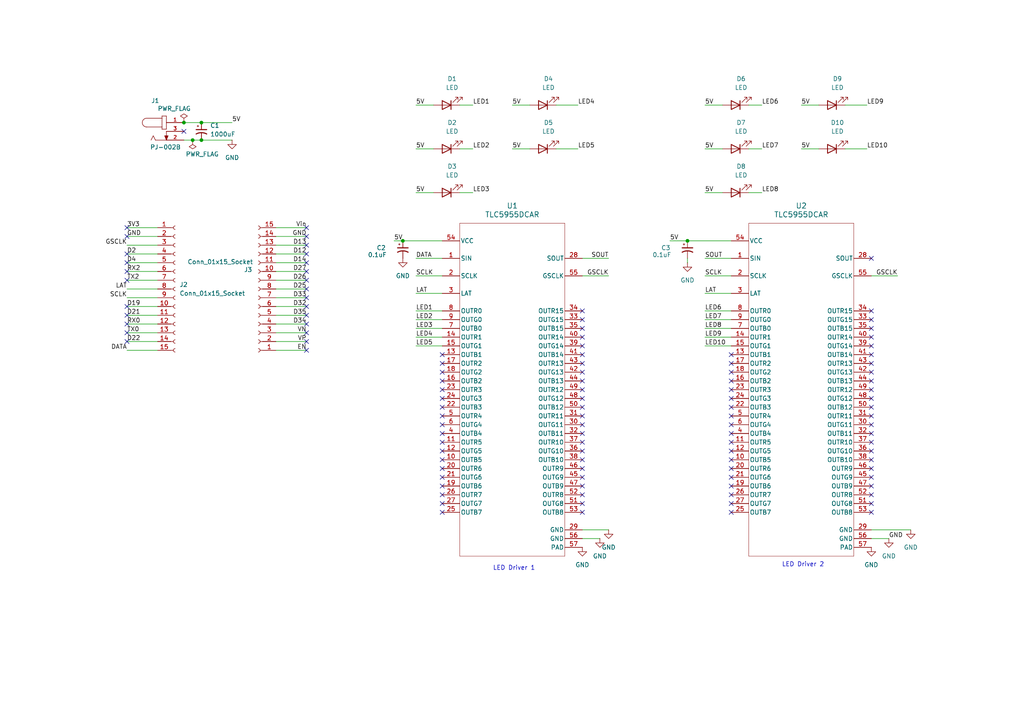
<source format=kicad_sch>
(kicad_sch (version 20231120) (generator "eeschema") (generator_version "8.0")
  (paper "A4")
  (lib_symbols
    (symbol "Barrel_Connector_New2:PJ-002B" (pin_names (offset 1.016))
      (property "Reference" "J" (at -7.6337 5.0892 0))
      (property "Value" "PJ-002B" (at -7.6269 -5.0846 0))
      (symbol "PJ-002B_0_0"
        (arc (start -5.715 3.81) (mid -6.9794 2.54) (end -5.715 1.27) (stroke (width 0.1524)))
        (polyline (pts (xy -5.715 3.81) (xy -1.27 3.81)) (stroke (width 0.1524)))
        (polyline (pts (xy -3.81 -1.27) (xy -4.445 -2.54)) (stroke (width 0.1524)))
        (polyline (pts (xy -3.175 -2.54) (xy -3.81 -1.27)) (stroke (width 0.1524)))
        (polyline (pts (xy -1.27 0.635) (xy 0 0.635)) (stroke (width 0.1524)))
        (polyline (pts (xy -1.27 1.27) (xy -5.715 1.27)) (stroke (width 0.1524)))
        (polyline (pts (xy -1.27 1.27) (xy -1.27 0.635)) (stroke (width 0.1524)))
        (polyline (pts (xy -1.27 3.81) (xy -1.27 1.27)) (stroke (width 0.1524)))
        (polyline (pts (xy -1.27 4.445) (xy -1.27 3.81)) (stroke (width 0.1524)))
        (polyline (pts (xy 0 -2.54) (xy -3.175 -2.54)) (stroke (width 0.1524)))
        (polyline (pts (xy 0 0) (xy 0 -2.54)) (stroke (width 0.1524)))
        (polyline (pts (xy 0 0.635) (xy 0 4.445)) (stroke (width 0.1524)))
        (polyline (pts (xy 0 4.445) (xy -1.27 4.445)) (stroke (width 0.1524)))
        (polyline (pts (xy 0 -2.54) (xy -0.508 -1.27) (xy 0.508 -1.27) (xy 0 -2.54)) (stroke (width 0.1524)) (fill (type outline)))
        (pin passive line (at 5.08 2.54 180) (length 5.08) (name "~") (number "1"))
        (pin passive line (at 5.08 -2.54 180) (length 5.08) (name "~") (number "2"))
        (pin passive line (at 5.08 0 180) (length 5.08) (name "~") (number "3"))
      )
    )
    (symbol "Connector:Conn_01x15_Socket" (pin_names (offset 1.016) hide)
      (property "Reference" "J" (at 0 20.32 0))
      (property "Value" "Conn_01x15_Socket" (at 0 -20.32 0))
      (symbol "Conn_01x15_Socket_1_1"
        (arc (start 0 -17.272) (mid -0.5058 -17.78) (end 0 -18.288) (stroke (width 0.1524)))
        (arc (start 0 -14.732) (mid -0.5058 -15.24) (end 0 -15.748) (stroke (width 0.1524)))
        (arc (start 0 -12.192) (mid -0.5058 -12.7) (end 0 -13.208) (stroke (width 0.1524)))
        (arc (start 0 -9.652) (mid -0.5058 -10.16) (end 0 -10.668) (stroke (width 0.1524)))
        (arc (start 0 -7.112) (mid -0.5058 -7.62) (end 0 -8.128) (stroke (width 0.1524)))
        (arc (start 0 -4.572) (mid -0.5058 -5.08) (end 0 -5.588) (stroke (width 0.1524)))
        (arc (start 0 -2.032) (mid -0.5058 -2.54) (end 0 -3.048) (stroke (width 0.1524)))
        (polyline (pts (xy -1.27 -17.78) (xy -0.508 -17.78)) (stroke (width 0.1524)))
        (polyline (pts (xy -1.27 -15.24) (xy -0.508 -15.24)) (stroke (width 0.1524)))
        (polyline (pts (xy -1.27 -12.7) (xy -0.508 -12.7)) (stroke (width 0.1524)))
        (polyline (pts (xy -1.27 -10.16) (xy -0.508 -10.16)) (stroke (width 0.1524)))
        (polyline (pts (xy -1.27 -7.62) (xy -0.508 -7.62)) (stroke (width 0.1524)))
        (polyline (pts (xy -1.27 -5.08) (xy -0.508 -5.08)) (stroke (width 0.1524)))
        (polyline (pts (xy -1.27 -2.54) (xy -0.508 -2.54)) (stroke (width 0.1524)))
        (polyline (pts (xy -1.27 0) (xy -0.508 0)) (stroke (width 0.1524)))
        (polyline (pts (xy -1.27 2.54) (xy -0.508 2.54)) (stroke (width 0.1524)))
        (polyline (pts (xy -1.27 5.08) (xy -0.508 5.08)) (stroke (width 0.1524)))
        (polyline (pts (xy -1.27 7.62) (xy -0.508 7.62)) (stroke (width 0.1524)))
        (polyline (pts (xy -1.27 10.16) (xy -0.508 10.16)) (stroke (width 0.1524)))
        (polyline (pts (xy -1.27 12.7) (xy -0.508 12.7)) (stroke (width 0.1524)))
        (polyline (pts (xy -1.27 15.24) (xy -0.508 15.24)) (stroke (width 0.1524)))
        (polyline (pts (xy -1.27 17.78) (xy -0.508 17.78)) (stroke (width 0.1524)))
        (arc (start 0 0.508) (mid -0.5058 0) (end 0 -0.508) (stroke (width 0.1524)))
        (arc (start 0 3.048) (mid -0.5058 2.54) (end 0 2.032) (stroke (width 0.1524)))
        (arc (start 0 5.588) (mid -0.5058 5.08) (end 0 4.572) (stroke (width 0.1524)))
        (arc (start 0 8.128) (mid -0.5058 7.62) (end 0 7.112) (stroke (width 0.1524)))
        (arc (start 0 10.668) (mid -0.5058 10.16) (end 0 9.652) (stroke (width 0.1524)))
        (arc (start 0 13.208) (mid -0.5058 12.7) (end 0 12.192) (stroke (width 0.1524)))
        (arc (start 0 15.748) (mid -0.5058 15.24) (end 0 14.732) (stroke (width 0.1524)))
        (arc (start 0 18.288) (mid -0.5058 17.78) (end 0 17.272) (stroke (width 0.1524)))
        (pin passive line (at -5.08 17.78 0) (length 3.81) (name "Pin_1") (number "1"))
        (pin passive line (at -5.08 -5.08 0) (length 3.81) (name "Pin_10") (number "10"))
        (pin passive line (at -5.08 -7.62 0) (length 3.81) (name "Pin_11") (number "11"))
        (pin passive line (at -5.08 -10.16 0) (length 3.81) (name "Pin_12") (number "12"))
        (pin passive line (at -5.08 -12.7 0) (length 3.81) (name "Pin_13") (number "13"))
        (pin passive line (at -5.08 -15.24 0) (length 3.81) (name "Pin_14") (number "14"))
        (pin passive line (at -5.08 -17.78 0) (length 3.81) (name "Pin_15") (number "15"))
        (pin passive line (at -5.08 15.24 0) (length 3.81) (name "Pin_2") (number "2"))
        (pin passive line (at -5.08 12.7 0) (length 3.81) (name "Pin_3") (number "3"))
        (pin passive line (at -5.08 10.16 0) (length 3.81) (name "Pin_4") (number "4"))
        (pin passive line (at -5.08 7.62 0) (length 3.81) (name "Pin_5") (number "5"))
        (pin passive line (at -5.08 5.08 0) (length 3.81) (name "Pin_6") (number "6"))
        (pin passive line (at -5.08 2.54 0) (length 3.81) (name "Pin_7") (number "7"))
        (pin passive line (at -5.08 0 0) (length 3.81) (name "Pin_8") (number "8"))
        (pin passive line (at -5.08 -2.54 0) (length 3.81) (name "Pin_9") (number "9"))
      )
    )
    (symbol "Device:C_Polarized_Small_US" (pin_numbers hide) (pin_names (offset 0.254) hide)
      (property "Reference" "C" (at 0.254 1.778 0))
      (property "Value" "C_Polarized_Small_US" (at 0.254 -2.032 0))
      (symbol "C_Polarized_Small_US_0_1"
        (polyline (pts (xy -1.524 0.508) (xy 1.524 0.508)) (stroke (width 0.3048)))
        (polyline (pts (xy -1.27 1.524) (xy -0.762 1.524)))
        (polyline (pts (xy -1.016 1.27) (xy -1.016 1.778)))
        (arc (start 1.524 -0.762) (mid 0 -0.3734) (end -1.524 -0.762) (stroke (width 0.3048)))
      )
      (symbol "C_Polarized_Small_US_1_1"
        (pin passive line (at 0 2.54 270) (length 2.032) (name "~") (number "1"))
        (pin passive line (at 0 -2.54 90) (length 2.032) (name "~") (number "2"))
      )
    )
    (symbol "Device:LED" (pin_numbers hide) (pin_names (offset 1.016) hide)
      (property "Reference" "D" (at 0 2.54 0))
      (property "Value" "LED" (at 0 -2.54 0))
      (symbol "LED_0_1"
        (polyline (pts (xy -1.27 -1.27) (xy -1.27 1.27)) (stroke (width 0.254)))
        (polyline (pts (xy -1.27 0) (xy 1.27 0)))
        (polyline (pts (xy 1.27 -1.27) (xy 1.27 1.27) (xy -1.27 0) (xy 1.27 -1.27)) (stroke (width 0.254)))
        (polyline (pts (xy -3.048 -0.762) (xy -4.572 -2.286) (xy -3.81 -2.286) (xy -4.572 -2.286) (xy -4.572 -1.524)))
        (polyline (pts (xy -1.778 -0.762) (xy -3.302 -2.286) (xy -2.54 -2.286) (xy -3.302 -2.286) (xy -3.302 -1.524)))
      )
      (symbol "LED_1_1"
        (pin passive line (at -3.81 0 0) (length 2.54) (name "K") (number "1"))
        (pin passive line (at 3.81 0 180) (length 2.54) (name "A") (number "2"))
      )
    )
    (symbol "LED_Driver:TLC5955DCAR" (pin_names (offset 0.254))
      (property "Reference" "U" (at 0 2.54 0))
      (property "Value" "TLC5955DCAR" (at 0 0 0))
      (symbol "TLC5955DCAR_0_1"
        (polyline (pts (xy -15.24 -48.26) (xy 15.24 -48.26)) (stroke (width 0.1016)))
        (polyline (pts (xy -15.24 48.26) (xy -15.24 -48.26)) (stroke (width 0.1016)))
        (polyline (pts (xy 15.24 -48.26) (xy 15.24 48.26)) (stroke (width 0.1016)))
        (polyline (pts (xy 15.24 48.26) (xy -15.24 48.26)) (stroke (width 0.1016)))
        (pin input line (at -20.32 38.1 0) (length 5.08) (name "SIN") (number "1"))
        (pin output line (at -20.32 -20.32 0) (length 5.08) (name "OUTB5") (number "10"))
        (pin output line (at -20.32 -15.24 0) (length 5.08) (name "OUTR5") (number "11"))
        (pin output line (at -20.32 -17.78 0) (length 5.08) (name "OUTG5") (number "12"))
        (pin output line (at -20.32 10.16 0) (length 5.08) (name "OUTB1") (number "13"))
        (pin output line (at -20.32 15.24 0) (length 5.08) (name "OUTR1") (number "14"))
        (pin output line (at -20.32 12.7 0) (length 5.08) (name "OUTG1") (number "15"))
        (pin output line (at -20.32 2.54 0) (length 5.08) (name "OUTB2") (number "16"))
        (pin output line (at -20.32 7.62 0) (length 5.08) (name "OUTR2") (number "17"))
        (pin output line (at -20.32 5.08 0) (length 5.08) (name "OUTG2") (number "18"))
        (pin output line (at -20.32 -27.94 0) (length 5.08) (name "OUTB6") (number "19"))
        (pin input line (at -20.32 33.02 0) (length 5.08) (name "SCLK") (number "2"))
        (pin output line (at -20.32 -22.86 0) (length 5.08) (name "OUTR6") (number "20"))
        (pin output line (at -20.32 -25.4 0) (length 5.08) (name "OUTG6") (number "21"))
        (pin output line (at -20.32 -5.08 0) (length 5.08) (name "OUTB3") (number "22"))
        (pin output line (at -20.32 0 0) (length 5.08) (name "OUTR3") (number "23"))
        (pin output line (at -20.32 -2.54 0) (length 5.08) (name "OUTG3") (number "24"))
        (pin output line (at -20.32 -35.56 0) (length 5.08) (name "OUTB7") (number "25"))
        (pin output line (at -20.32 -30.48 0) (length 5.08) (name "OUTR7") (number "26"))
        (pin output line (at -20.32 -33.02 0) (length 5.08) (name "OUTG7") (number "27"))
        (pin output line (at 20.32 38.1 180) (length 5.08) (name "SOUT") (number "28"))
        (pin power_in line (at 20.32 -40.64 180) (length 5.08) (name "GND") (number "29"))
        (pin input line (at -20.32 27.94 0) (length 5.08) (name "LAT") (number "3"))
        (pin output line (at 20.32 -10.16 180) (length 5.08) (name "OUTG11") (number "30"))
        (pin output line (at 20.32 -7.62 180) (length 5.08) (name "OUTR11") (number "31"))
        (pin output line (at 20.32 -12.7 180) (length 5.08) (name "OUTB11") (number "32"))
        (pin output line (at 20.32 20.32 180) (length 5.08) (name "OUTG15") (number "33"))
        (pin output line (at 20.32 22.86 180) (length 5.08) (name "OUTR15") (number "34"))
        (pin output line (at 20.32 17.78 180) (length 5.08) (name "OUTB15") (number "35"))
        (pin output line (at 20.32 -17.78 180) (length 5.08) (name "OUTG10") (number "36"))
        (pin output line (at 20.32 -15.24 180) (length 5.08) (name "OUTR10") (number "37"))
        (pin output line (at 20.32 -20.32 180) (length 5.08) (name "OUTB10") (number "38"))
        (pin output line (at 20.32 12.7 180) (length 5.08) (name "OUTG14") (number "39"))
        (pin output line (at -20.32 -12.7 0) (length 5.08) (name "OUTB4") (number "4"))
        (pin output line (at 20.32 15.24 180) (length 5.08) (name "OUTR14") (number "40"))
        (pin output line (at 20.32 10.16 180) (length 5.08) (name "OUTB14") (number "41"))
        (pin output line (at 20.32 5.08 180) (length 5.08) (name "OUTG13") (number "42"))
        (pin output line (at 20.32 7.62 180) (length 5.08) (name "OUTR13") (number "43"))
        (pin output line (at 20.32 2.54 180) (length 5.08) (name "OUTB13") (number "44"))
        (pin output line (at 20.32 -25.4 180) (length 5.08) (name "OUTG9") (number "45"))
        (pin output line (at 20.32 -22.86 180) (length 5.08) (name "OUTR9") (number "46"))
        (pin output line (at 20.32 -27.94 180) (length 5.08) (name "OUTB9") (number "47"))
        (pin output line (at 20.32 -2.54 180) (length 5.08) (name "OUTG12") (number "48"))
        (pin output line (at 20.32 0 180) (length 5.08) (name "OUTR12") (number "49"))
        (pin output line (at -20.32 -7.62 0) (length 5.08) (name "OUTR4") (number "5"))
        (pin output line (at 20.32 -5.08 180) (length 5.08) (name "OUTB12") (number "50"))
        (pin output line (at 20.32 -33.02 180) (length 5.08) (name "OUTG8") (number "51"))
        (pin output line (at 20.32 -30.48 180) (length 5.08) (name "OUTR8") (number "52"))
        (pin output line (at 20.32 -35.56 180) (length 5.08) (name "OUTB8") (number "53"))
        (pin power_in line (at -20.32 43.18 0) (length 5.08) (name "VCC") (number "54"))
        (pin input line (at 20.32 33.02 180) (length 5.08) (name "GSCLK") (number "55"))
        (pin power_in line (at 20.32 -43.18 180) (length 5.08) (name "GND") (number "56"))
        (pin power_in line (at 20.32 -45.72 180) (length 5.08) (name "PAD") (number "57"))
        (pin output line (at -20.32 -10.16 0) (length 5.08) (name "OUTG4") (number "6"))
        (pin output line (at -20.32 17.78 0) (length 5.08) (name "OUTB0") (number "7"))
        (pin output line (at -20.32 22.86 0) (length 5.08) (name "OUTR0") (number "8"))
        (pin output line (at -20.32 20.32 0) (length 5.08) (name "OUTG0") (number "9"))
      )
    )
    (symbol "power:GND" (power) (pin_numbers hide) (pin_names (offset 0) hide)
      (property "Value" "GND" (at 0 -3.81 0))
      (symbol "GND_0_1"
        (polyline (pts (xy 0 0) (xy 0 -1.27) (xy 1.27 -1.27) (xy 0 -2.54) (xy -1.27 -1.27) (xy 0 -1.27)))
      )
      (symbol "GND_1_1"
        (pin power_in line (at 0 0 270) (length 0) (name "~") (number "1"))
      )
    )
    (symbol "power:PWR_FLAG" (power) (pin_numbers hide) (pin_names (offset 0) hide)
      (property "Value" "PWR_FLAG" (at 0 3.81 0))
      (symbol "PWR_FLAG_0_0"
        (pin power_out line (at 0 0 90) (length 0) (name "~") (number "1"))
      )
      (symbol "PWR_FLAG_0_1"
        (polyline (pts (xy 0 0) (xy 0 1.27) (xy -1.016 1.905) (xy 0 2.54) (xy 1.016 1.905) (xy 0 1.27)))
      )
    )
  )
  (junction (at 53.34 35.56))
  (junction (at 55.88 40.64))
  (junction (at 199.39 69.85))
  (junction (at 58.42 40.64))
  (junction (at 58.42 35.56))
  (junction (at 116.84 69.85))
  (no_connect (at 128.27 118.11))
  (no_connect (at 168.91 130.81))
  (no_connect (at 168.91 118.11))
  (no_connect (at 88.9 68.58))
  (no_connect (at 252.73 92.71))
  (no_connect (at 168.91 113.03))
  (no_connect (at 128.27 146.05))
  (no_connect (at 252.73 146.05))
  (no_connect (at 252.73 125.73))
  (no_connect (at 168.91 135.89))
  (no_connect (at 212.09 118.11))
  (no_connect (at 252.73 105.41))
  (no_connect (at 252.73 120.65))
  (no_connect (at 212.09 110.49))
  (no_connect (at 88.9 81.28))
  (no_connect (at 168.91 143.51))
  (no_connect (at 168.91 107.95))
  (no_connect (at 53.34 38.1))
  (no_connect (at 88.9 66.04))
  (no_connect (at 88.9 96.52))
  (no_connect (at 88.9 83.82))
  (no_connect (at 88.9 91.44))
  (no_connect (at 168.91 128.27))
  (no_connect (at 168.91 123.19))
  (no_connect (at 128.27 115.57))
  (no_connect (at 128.27 110.49))
  (no_connect (at 128.27 130.81))
  (no_connect (at 36.83 76.2))
  (no_connect (at 168.91 115.57))
  (no_connect (at 168.91 148.59))
  (no_connect (at 128.27 140.97))
  (no_connect (at 252.73 128.27))
  (no_connect (at 168.91 102.87))
  (no_connect (at 36.83 68.58))
  (no_connect (at 36.83 99.06))
  (no_connect (at 252.73 74.93))
  (no_connect (at 168.91 100.33))
  (no_connect (at 88.9 78.74))
  (no_connect (at 168.91 120.65))
  (no_connect (at 36.83 96.52))
  (no_connect (at 88.9 88.9))
  (no_connect (at 252.73 118.11))
  (no_connect (at 128.27 113.03))
  (no_connect (at 252.73 133.35))
  (no_connect (at 36.83 66.04))
  (no_connect (at 128.27 128.27))
  (no_connect (at 212.09 138.43))
  (no_connect (at 252.73 130.81))
  (no_connect (at 128.27 138.43))
  (no_connect (at 128.27 107.95))
  (no_connect (at 168.91 92.71))
  (no_connect (at 128.27 135.89))
  (no_connect (at 252.73 148.59))
  (no_connect (at 128.27 133.35))
  (no_connect (at 168.91 138.43))
  (no_connect (at 212.09 135.89))
  (no_connect (at 128.27 120.65))
  (no_connect (at 212.09 140.97))
  (no_connect (at 36.83 88.9))
  (no_connect (at 168.91 105.41))
  (no_connect (at 36.83 78.74))
  (no_connect (at 168.91 97.79))
  (no_connect (at 252.73 135.89))
  (no_connect (at 128.27 123.19))
  (no_connect (at 212.09 148.59))
  (no_connect (at 212.09 133.35))
  (no_connect (at 212.09 125.73))
  (no_connect (at 252.73 110.49))
  (no_connect (at 168.91 110.49))
  (no_connect (at 88.9 93.98))
  (no_connect (at 252.73 95.25))
  (no_connect (at 252.73 102.87))
  (no_connect (at 88.9 101.6))
  (no_connect (at 252.73 123.19))
  (no_connect (at 252.73 97.79))
  (no_connect (at 212.09 146.05))
  (no_connect (at 252.73 113.03))
  (no_connect (at 88.9 86.36))
  (no_connect (at 88.9 73.66))
  (no_connect (at 88.9 76.2))
  (no_connect (at 168.91 90.17))
  (no_connect (at 168.91 146.05))
  (no_connect (at 128.27 105.41))
  (no_connect (at 128.27 148.59))
  (no_connect (at 212.09 113.03))
  (no_connect (at 212.09 123.19))
  (no_connect (at 252.73 107.95))
  (no_connect (at 212.09 102.87))
  (no_connect (at 212.09 107.95))
  (no_connect (at 252.73 90.17))
  (no_connect (at 36.83 93.98))
  (no_connect (at 212.09 128.27))
  (no_connect (at 36.83 81.28))
  (no_connect (at 88.9 71.12))
  (no_connect (at 128.27 143.51))
  (no_connect (at 212.09 120.65))
  (no_connect (at 212.09 105.41))
  (no_connect (at 168.91 140.97))
  (no_connect (at 212.09 115.57))
  (no_connect (at 212.09 143.51))
  (no_connect (at 252.73 100.33))
  (no_connect (at 168.91 125.73))
  (no_connect (at 252.73 115.57))
  (no_connect (at 168.91 95.25))
  (no_connect (at 252.73 143.51))
  (no_connect (at 252.73 140.97))
  (no_connect (at 36.83 91.44))
  (no_connect (at 168.91 133.35))
  (no_connect (at 128.27 125.73))
  (no_connect (at 88.9 99.06))
  (no_connect (at 128.27 102.87))
  (no_connect (at 36.83 73.66))
  (no_connect (at 212.09 130.81))
  (no_connect (at 252.73 138.43))
  (wire (pts (xy 120.65 80.01) (xy 128.27 80.01)))
  (wire (pts (xy 88.9 86.36) (xy 80.01 86.36)))
  (wire (pts (xy 36.83 93.98) (xy 45.72 93.98)))
  (wire (pts (xy 88.9 76.2) (xy 80.01 76.2)))
  (wire (pts (xy 88.9 96.52) (xy 80.01 96.52)))
  (wire (pts (xy 88.9 88.9) (xy 80.01 88.9)))
  (wire (pts (xy 199.39 74.93) (xy 199.39 76.2)))
  (wire (pts (xy 58.42 35.56) (xy 67.31 35.56)))
  (wire (pts (xy 88.9 83.82) (xy 80.01 83.82)))
  (wire (pts (xy 120.65 43.18) (xy 125.73 43.18)))
  (wire (pts (xy 252.73 153.67) (xy 264.16 153.67)))
  (wire (pts (xy 199.39 69.85) (xy 212.09 69.85)))
  (wire (pts (xy 114.3 69.85) (xy 116.84 69.85)))
  (wire (pts (xy 120.65 100.33) (xy 128.27 100.33)))
  (wire (pts (xy 120.65 74.93) (xy 128.27 74.93)))
  (wire (pts (xy 53.34 35.56) (xy 58.42 35.56)))
  (wire (pts (xy 88.9 101.6) (xy 80.01 101.6)))
  (wire (pts (xy 260.35 80.01) (xy 252.73 80.01)))
  (wire (pts (xy 88.9 68.58) (xy 80.01 68.58)))
  (wire (pts (xy 204.47 85.09) (xy 212.09 85.09)))
  (wire (pts (xy 116.84 69.85) (xy 128.27 69.85)))
  (wire (pts (xy 204.47 90.17) (xy 212.09 90.17)))
  (wire (pts (xy 137.16 43.18) (xy 133.35 43.18)))
  (wire (pts (xy 36.83 66.04) (xy 45.72 66.04)))
  (wire (pts (xy 252.73 156.21) (xy 257.81 156.21)))
  (wire (pts (xy 204.47 97.79) (xy 212.09 97.79)))
  (wire (pts (xy 168.91 153.67) (xy 176.53 153.67)))
  (wire (pts (xy 88.9 78.74) (xy 80.01 78.74)))
  (wire (pts (xy 120.65 97.79) (xy 128.27 97.79)))
  (wire (pts (xy 204.47 55.88) (xy 209.55 55.88)))
  (wire (pts (xy 204.47 74.93) (xy 212.09 74.93)))
  (wire (pts (xy 88.9 93.98) (xy 80.01 93.98)))
  (wire (pts (xy 36.83 83.82) (xy 45.72 83.82)))
  (wire (pts (xy 204.47 43.18) (xy 209.55 43.18)))
  (wire (pts (xy 120.65 95.25) (xy 128.27 95.25)))
  (wire (pts (xy 120.65 85.09) (xy 128.27 85.09)))
  (wire (pts (xy 88.9 66.04) (xy 80.01 66.04)))
  (wire (pts (xy 251.46 43.18) (xy 245.11 43.18)))
  (wire (pts (xy 120.65 92.71) (xy 128.27 92.71)))
  (wire (pts (xy 88.9 91.44) (xy 80.01 91.44)))
  (wire (pts (xy 220.98 55.88) (xy 217.17 55.88)))
  (wire (pts (xy 204.47 30.48) (xy 209.55 30.48)))
  (wire (pts (xy 53.34 40.64) (xy 55.88 40.64)))
  (wire (pts (xy 168.91 156.21) (xy 173.99 156.21)))
  (wire (pts (xy 36.83 88.9) (xy 45.72 88.9)))
  (wire (pts (xy 120.65 55.88) (xy 125.73 55.88)))
  (wire (pts (xy 120.65 90.17) (xy 128.27 90.17)))
  (wire (pts (xy 232.41 30.48) (xy 237.49 30.48)))
  (wire (pts (xy 204.47 80.01) (xy 212.09 80.01)))
  (wire (pts (xy 137.16 55.88) (xy 133.35 55.88)))
  (wire (pts (xy 88.9 73.66) (xy 80.01 73.66)))
  (wire (pts (xy 204.47 100.33) (xy 212.09 100.33)))
  (wire (pts (xy 36.83 73.66) (xy 45.72 73.66)))
  (wire (pts (xy 88.9 71.12) (xy 80.01 71.12)))
  (wire (pts (xy 168.91 74.93) (xy 176.53 74.93)))
  (wire (pts (xy 36.83 86.36) (xy 45.72 86.36)))
  (wire (pts (xy 36.83 78.74) (xy 45.72 78.74)))
  (wire (pts (xy 58.42 40.64) (xy 55.88 40.64)))
  (wire (pts (xy 232.41 43.18) (xy 237.49 43.18)))
  (wire (pts (xy 36.83 96.52) (xy 45.72 96.52)))
  (wire (pts (xy 88.9 81.28) (xy 80.01 81.28)))
  (wire (pts (xy 137.16 30.48) (xy 133.35 30.48)))
  (wire (pts (xy 36.83 99.06) (xy 45.72 99.06)))
  (wire (pts (xy 204.47 95.25) (xy 212.09 95.25)))
  (wire (pts (xy 36.83 76.2) (xy 45.72 76.2)))
  (wire (pts (xy 167.64 43.18) (xy 161.29 43.18)))
  (wire (pts (xy 36.83 101.6) (xy 45.72 101.6)))
  (wire (pts (xy 148.59 43.18) (xy 153.67 43.18)))
  (wire (pts (xy 88.9 99.06) (xy 80.01 99.06)))
  (wire (pts (xy 148.59 30.48) (xy 153.67 30.48)))
  (wire (pts (xy 220.98 43.18) (xy 217.17 43.18)))
  (wire (pts (xy 220.98 30.48) (xy 217.17 30.48)))
  (wire (pts (xy 36.83 91.44) (xy 45.72 91.44)))
  (wire (pts (xy 167.64 30.48) (xy 161.29 30.48)))
  (wire (pts (xy 67.31 40.64) (xy 58.42 40.64)))
  (wire (pts (xy 120.65 30.48) (xy 125.73 30.48)))
  (wire (pts (xy 36.83 71.12) (xy 45.72 71.12)))
  (wire (pts (xy 204.47 92.71) (xy 212.09 92.71)))
  (wire (pts (xy 194.31 69.85) (xy 199.39 69.85)))
  (wire (pts (xy 176.53 80.01) (xy 168.91 80.01)))
  (wire (pts (xy 36.83 81.28) (xy 45.72 81.28)))
  (wire (pts (xy 36.83 68.58) (xy 45.72 68.58)))
  (wire (pts (xy 251.46 30.48) (xy 245.11 30.48)))
  (text "LED Driver 1\n" (at 149.098 164.846 0) (effects (font (size 1.27 1.27))))
  (text "LED Driver 2\n\n" (at 232.918 164.846 0) (effects (font (size 1.27 1.27))))
  (label "5V" (at 120.65 43.18 0))
  (label "LED1" (at 120.65 90.17 0))
  (label "5V" (at 232.41 43.18 0))
  (label "D35" (at 88.9 91.44 180))
  (label "DATA" (at 36.83 101.6 180))
  (label "GSCLK" (at 260.35 80.01 180))
  (label "D14" (at 88.9 76.2 180))
  (label "LED1" (at 137.16 30.48 0))
  (label "D27" (at 88.9 78.74 180))
  (label "D19" (at 36.83 88.9 0))
  (label "5V" (at 194.31 69.85 0))
  (label "LED7" (at 220.98 43.18 0))
  (label "SOUT" (at 176.53 74.93 180))
  (label "SOUT" (at 204.47 74.93 0))
  (label "LED9" (at 204.47 97.79 0))
  (label "5V" (at 232.41 30.48 0))
  (label "D25" (at 88.9 83.82 180))
  (label "RX2" (at 36.83 78.74 0))
  (label "GND" (at 257.81 156.21 0))
  (label "LED8" (at 204.47 95.25 0))
  (label "5V" (at 114.3 69.85 0))
  (label "SCLK" (at 120.65 80.01 0))
  (label "SCLK" (at 204.47 80.01 0))
  (label "TX0" (at 36.83 96.52 0))
  (label "DATA" (at 120.65 74.93 0))
  (label "5V" (at 204.47 55.88 0))
  (label "D12" (at 88.9 73.66 180))
  (label "D34" (at 88.9 93.98 180))
  (label "GSCLK" (at 36.83 71.12 180))
  (label "SCLK" (at 36.83 86.36 180))
  (label "LED10" (at 251.46 43.18 0))
  (label "VP" (at 88.9 99.06 180))
  (label "LED9" (at 251.46 30.48 0))
  (label "D33" (at 88.9 86.36 180))
  (label "LED6" (at 204.47 90.17 0))
  (label "LAT" (at 204.47 85.09 0))
  (label "LED2" (at 120.65 92.71 0))
  (label "TX2" (at 36.83 81.28 0))
  (label "LED8" (at 220.98 55.88 0))
  (label "EN" (at 88.9 101.6 180))
  (label "5V" (at 204.47 30.48 0))
  (label "5V" (at 148.59 43.18 0))
  (label "5V" (at 67.31 35.56 0))
  (label "LED3" (at 137.16 55.88 0))
  (label "5V" (at 204.47 43.18 0))
  (label "5V" (at 148.59 30.48 0))
  (label "LAT" (at 120.65 85.09 0))
  (label "LED5" (at 167.64 43.18 0))
  (label "LED7" (at 204.47 92.71 0))
  (label "D26" (at 88.9 81.28 180))
  (label "LED3" (at 120.65 95.25 0))
  (label "LED6" (at 220.98 30.48 0))
  (label "VN" (at 88.9 96.52 180))
  (label "D2" (at 36.83 73.66 0))
  (label "LED4" (at 120.65 97.79 0))
  (label "LED2" (at 137.16 43.18 0))
  (label "LED4" (at 167.64 30.48 0))
  (label "LAT" (at 36.83 83.82 180))
  (label "5V" (at 120.65 55.88 0))
  (label "D32" (at 88.9 88.9 180))
  (label "RX0" (at 36.83 93.98 0))
  (label "D21" (at 36.83 91.44 0))
  (label "GND" (at 88.9 68.58 180))
  (label "LED5" (at 120.65 100.33 0))
  (label "3V3" (at 36.83 66.04 0))
  (label "Vin" (at 88.9 66.04 180))
  (label "5V" (at 120.65 30.48 0))
  (label "GND" (at 36.83 68.58 0))
  (label "D4" (at 36.83 76.2 0))
  (label "LED10" (at 204.47 100.33 0))
  (label "D22" (at 36.83 99.06 0))
  (label "GSCLK" (at 176.53 80.01 180))
  (label "D13" (at 88.9 71.12 180))
  (symbol (lib_id "Device:C_Polarized_Small_US") (at 199.39 72.39 0) (unit 1)
    (property "Reference" "C3" (at 191.77 71.882 0) (effects (justify left)))
    (property "Value" "0.1uF" (at 189.23 73.914 0) (effects (justify left)))
    (property "Footprint" "Capacitor_SMD:C_0603_1608Metric" (effects (hide yes)))
  )
  (symbol (lib_id "power:PWR_FLAG") (at 53.34 35.56 0) (unit 1)
    (property "Reference" "#FLG05" (effects (hide yes)))
    (property "Value" "PWR_FLAG" (at 50.546 31.496 0))
    (property "Description" "Special symbol for telling ERC where power comes from" (effects (hide yes)))
  )
  (symbol (lib_id "LED_Driver:TLC5955DCAR") (at 148.59 113.03 0) (unit 1)
    (property "Reference" "U1" (at 148.59 59.69 0) (effects (font (size 1.524 1.524))))
    (property "Value" "TLC5955DCAR" (at 148.59 62.23 0) (effects (font (size 1.524 1.524))))
    (property "Footprint" "DCA0056F_N" (effects (hide yes)))
    (property "Datasheet" "TLC5955DCAR" (effects (hide yes)))
  )
  (symbol (lib_id "Device:C_Polarized_Small_US") (at 116.84 72.39 0) (unit 1)
    (property "Reference" "C2" (at 109.22 71.882 0) (effects (justify left)))
    (property "Value" "0.1uF" (at 106.68 73.914 0) (effects (justify left)))
    (property "Footprint" "Capacitor_SMD:C_0603_1608Metric" (effects (hide yes)))
  )
  (symbol (lib_id "power:GND") (at 67.31 40.64 0) (unit 1)
    (property "Reference" "#PWR011" (effects (hide yes)))
    (property "Value" "GND" (at 67.31 45.72 0))
    (property "Description" "Power symbol creates a global label with name \"GND\" , ground" (effects (hide yes)))
  )
  (symbol (lib_id "power:GND") (at 199.39 76.2 0) (unit 1)
    (property "Reference" "#PWR06" (effects (hide yes)))
    (property "Value" "GND" (at 199.39 81.28 0))
    (property "Description" "Power symbol creates a global label with name \"GND\" , ground" (effects (hide yes)))
  )
  (symbol (lib_id "power:PWR_FLAG") (at 55.88 40.64 180) (unit 1)
    (property "Reference" "#FLG06" (effects (hide yes)))
    (property "Value" "PWR_FLAG" (at 58.674 44.704 0))
    (property "Description" "Special symbol for telling ERC where power comes from" (effects (hide yes)))
  )
  (symbol (lib_id "Device:C_Polarized_Small_US") (at 58.42 38.1 0) (unit 1)
    (property "Reference" "C1" (at 60.96 36.3981 0) (effects (justify left)))
    (property "Value" "1000uF" (at 60.96 38.9381 0) (effects (justify left)))
    (property "Footprint" "Capacitor_SMD:C_0603_1608Metric" (effects (hide yes)))
  )
  (symbol (lib_id "LED_Driver:TLC5955DCAR") (at 232.41 113.03 0) (unit 1)
    (property "Reference" "U2" (at 232.41 59.69 0) (effects (font (size 1.524 1.524))))
    (property "Value" "TLC5955DCAR" (at 232.41 62.23 0) (effects (font (size 1.524 1.524))))
    (property "Footprint" "DCA0056F_N" (effects (hide yes)))
    (property "Datasheet" "TLC5955DCAR" (effects (hide yes)))
  )
  (symbol (lib_id "Device:LED") (at 157.48 43.18 180) (unit 1)
    (property "Reference" "D5" (at 159.0675 35.56 0))
    (property "Value" "LED" (at 159.0675 38.1 0))
    (property "Footprint" "LED_SMD:LED_0603_1608Metric" (effects (hide yes)))
    (property "Description" "Light emitting diode" (effects (hide yes)))
  )
  (symbol (lib_id "Device:LED") (at 213.36 30.48 180) (unit 1)
    (property "Reference" "D6" (at 214.9475 22.86 0))
    (property "Value" "LED" (at 214.9475 25.4 0))
    (property "Footprint" "LED_SMD:LED_0603_1608Metric" (effects (hide yes)))
    (property "Description" "Light emitting diode" (effects (hide yes)))
  )
  (symbol (lib_id "power:GND") (at 176.53 153.67 0) (unit 1)
    (property "Reference" "#PWR07" (effects (hide yes)))
    (property "Value" "GND" (at 176.53 158.75 0))
    (property "Description" "Power symbol creates a global label with name \"GND\" , ground" (effects (hide yes)))
  )
  (symbol (lib_id "Barrel_Connector_New2:PJ-002B") (at 48.26 38.1 0) (unit 1)
    (property "Reference" "J1" (at 45.0243 29.21 0))
    (property "Value" "PJ-002B" (at 48.006 42.672 0))
    (property "Footprint" "CUI_PJ-002B" (effects (hide yes)))
    (property "MF" "Same Sky" (effects (hide yes)))
    (property "Description_1" "\n                        \n                            2.5 x 6.5 mm, 2.5 A, Horizontal, Through Hole, Dc Power Jack Connector\n                        \n" (effects (hide yes)))
    (property "Package" "None" (effects (hide yes)))
    (property "Price" "None" (effects (hide yes)))
    (property "Check_prices" "https://www.snapeda.com/parts/PJ-002B/Same+Sky/view-part/?ref=eda" (effects (hide yes)))
    (property "STANDARD" "Manufacturer recommendations" (effects (hide yes)))
    (property "SnapEDA_Link" "https://www.snapeda.com/parts/PJ-002B/Same+Sky/view-part/?ref=snap" (effects (hide yes)))
    (property "MP" "PJ-002B" (effects (hide yes)))
    (property "Availability" "In Stock" (effects (hide yes)))
    (property "MANUFACTURER" "CUI INC" (effects (hide yes)))
  )
  (symbol (lib_id "power:GND") (at 173.99 156.21 0) (unit 1)
    (property "Reference" "#PWR03" (effects (hide yes)))
    (property "Value" "GND" (at 173.99 161.29 0))
    (property "Description" "Power symbol creates a global label with name \"GND\" , ground" (effects (hide yes)))
  )
  (symbol (lib_id "Device:LED") (at 129.54 30.48 180) (unit 1)
    (property "Reference" "D1" (at 131.1275 22.86 0))
    (property "Value" "LED" (at 131.1275 25.4 0))
    (property "Footprint" "LED_SMD:LED_0603_1608Metric" (effects (hide yes)))
    (property "Description" "Light emitting diode" (effects (hide yes)))
  )
  (symbol (lib_id "power:GND") (at 168.91 158.75 0) (unit 1)
    (property "Reference" "#PWR08" (effects (hide yes)))
    (property "Value" "GND" (at 168.91 163.83 0))
    (property "Description" "Power symbol creates a global label with name \"GND\" , ground" (effects (hide yes)))
  )
  (symbol (lib_id "Device:LED") (at 129.54 55.88 180) (unit 1)
    (property "Reference" "D3" (at 131.1275 48.26 0))
    (property "Value" "LED" (at 131.1275 50.8 0))
    (property "Footprint" "LED_SMD:LED_0603_1608Metric" (effects (hide yes)))
    (property "Description" "Light emitting diode" (effects (hide yes)))
  )
  (symbol (lib_id "Device:LED") (at 129.54 43.18 180) (unit 1)
    (property "Reference" "D2" (at 131.1275 35.56 0))
    (property "Value" "LED" (at 131.1275 38.1 0))
    (property "Footprint" "LED_SMD:LED_0603_1608Metric" (effects (hide yes)))
    (property "Description" "Light emitting diode" (effects (hide yes)))
  )
  (symbol (lib_id "Device:LED") (at 213.36 43.18 180) (unit 1)
    (property "Reference" "D7" (at 214.9475 35.56 0))
    (property "Value" "LED" (at 214.9475 38.1 0))
    (property "Footprint" "LED_SMD:LED_0603_1608Metric" (effects (hide yes)))
    (property "Description" "Light emitting diode" (effects (hide yes)))
  )
  (symbol (lib_id "Connector:Conn_01x15_Socket") (at 74.93 83.82 180) (unit 1)
    (property "Reference" "J3" (at 73.152 78.232 0) (effects (justify left)))
    (property "Value" "Conn_01x15_Socket" (at 73.406 75.946 0) (effects (justify left)))
    (property "Footprint" "Connector_PinHeader_2.54mm:PinHeader_1x15_P2.54mm_Vertical" (effects (hide yes)))
    (property "Description" "Generic connector, single row, 01x15, script generated" (effects (hide yes)))
  )
  (symbol (lib_id "Device:LED") (at 241.3 43.18 180) (unit 1)
    (property "Reference" "D10" (at 242.8875 35.56 0))
    (property "Value" "LED" (at 242.8875 38.1 0))
    (property "Footprint" "LED_SMD:LED_0603_1608Metric" (effects (hide yes)))
    (property "Description" "Light emitting diode" (effects (hide yes)))
  )
  (symbol (lib_id "power:GND") (at 257.81 156.21 0) (unit 1)
    (property "Reference" "#PWR04" (effects (hide yes)))
    (property "Value" "GND" (at 257.81 161.29 0))
    (property "Description" "Power symbol creates a global label with name \"GND\" , ground" (effects (hide yes)))
  )
  (symbol (lib_id "power:GND") (at 252.73 158.75 0) (unit 1)
    (property "Reference" "#PWR09" (effects (hide yes)))
    (property "Value" "GND" (at 252.73 163.83 0))
    (property "Description" "Power symbol creates a global label with name \"GND\" , ground" (effects (hide yes)))
  )
  (symbol (lib_id "Device:LED") (at 157.48 30.48 180) (unit 1)
    (property "Reference" "D4" (at 159.0675 22.86 0))
    (property "Value" "LED" (at 159.0675 25.4 0))
    (property "Footprint" "LED_SMD:LED_0603_1608Metric" (effects (hide yes)))
    (property "Description" "Light emitting diode" (effects (hide yes)))
  )
  (symbol (lib_id "power:GND") (at 264.16 153.67 0) (unit 1)
    (property "Reference" "#PWR05" (effects (hide yes)))
    (property "Value" "GND" (at 264.16 158.75 0))
    (property "Description" "Power symbol creates a global label with name \"GND\" , ground" (effects (hide yes)))
  )
  (symbol (lib_id "Device:LED") (at 213.36 55.88 180) (unit 1)
    (property "Reference" "D8" (at 214.9475 48.26 0))
    (property "Value" "LED" (at 214.9475 50.8 0))
    (property "Footprint" "LED_SMD:LED_0603_1608Metric" (effects (hide yes)))
    (property "Description" "Light emitting diode" (effects (hide yes)))
  )
  (symbol (lib_id "power:GND") (at 116.84 74.93 0) (unit 1)
    (property "Reference" "#PWR02" (effects (hide yes)))
    (property "Value" "GND" (at 116.84 80.01 0))
    (property "Description" "Power symbol creates a global label with name \"GND\" , ground" (effects (hide yes)))
  )
  (symbol (lib_id "Connector:Conn_01x15_Socket") (at 50.8 83.82 0) (unit 1)
    (property "Reference" "J2" (at 52.07 82.5499 0) (effects (justify left)))
    (property "Value" "Conn_01x15_Socket" (at 52.07 85.0899 0) (effects (justify left)))
    (property "Footprint" "Connector_PinHeader_2.54mm:PinHeader_1x15_P2.54mm_Vertical" (effects (hide yes)))
    (property "Description" "Generic connector, single row, 01x15, script generated" (effects (hide yes)))
  )
  (symbol (lib_id "Device:LED") (at 241.3 30.48 180) (unit 1)
    (property "Reference" "D9" (at 242.8875 22.86 0))
    (property "Value" "LED" (at 242.8875 25.4 0))
    (property "Footprint" "LED_SMD:LED_0603_1608Metric" (effects (hide yes)))
    (property "Description" "Light emitting diode" (effects (hide yes)))
  )
)
</source>
